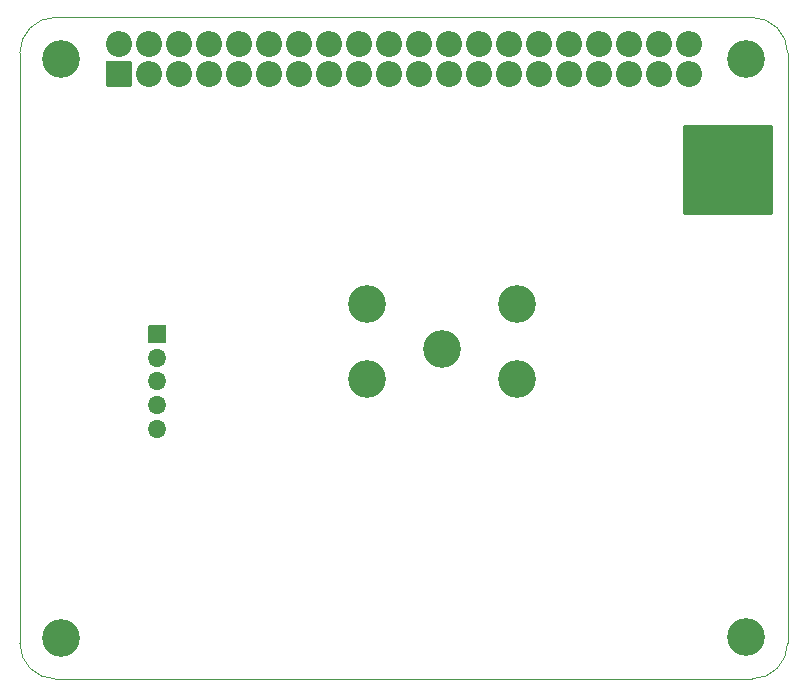
<source format=gbr>
G04 #@! TF.GenerationSoftware,KiCad,Pcbnew,(5.1.9)-1*
G04 #@! TF.CreationDate,2021-05-07T09:47:05-04:00*
G04 #@! TF.ProjectId,pigha,70696768-612e-46b6-9963-61645f706362,rev?*
G04 #@! TF.SameCoordinates,Original*
G04 #@! TF.FileFunction,Soldermask,Top*
G04 #@! TF.FilePolarity,Negative*
%FSLAX46Y46*%
G04 Gerber Fmt 4.6, Leading zero omitted, Abs format (unit mm)*
G04 Created by KiCad (PCBNEW (5.1.9)-1) date 2021-05-07 09:47:05*
%MOMM*%
%LPD*%
G01*
G04 APERTURE LIST*
G04 #@! TA.AperFunction,Profile*
%ADD10C,0.100000*%
G04 #@! TD*
%ADD11O,2.200000X2.200000*%
%ADD12C,3.200000*%
%ADD13O,1.550000X1.550000*%
%ADD14C,0.254000*%
%ADD15C,0.100000*%
G04 APERTURE END LIST*
D10*
X143546351Y-113822847D02*
X143546356Y-63817611D01*
X78546356Y-63817611D02*
X78546356Y-113817611D01*
X78546356Y-63817611D02*
G75*
G02*
X81546356Y-60817611I3000000J0D01*
G01*
X140546356Y-60817611D02*
X81546356Y-60817611D01*
X140546356Y-60817611D02*
G75*
G02*
X143546356Y-63817611I0J-3000000D01*
G01*
X143546351Y-113822847D02*
X143546351Y-113822847D01*
X81546356Y-116817611D02*
G75*
G02*
X78546356Y-113817611I0J3000000D01*
G01*
X81546356Y-116817611D02*
X140546356Y-116817611D01*
X143546351Y-113822847D02*
G75*
G02*
X140546356Y-116817611I-2999995J5236D01*
G01*
G36*
G01*
X85920000Y-64490000D02*
X87920000Y-64490000D01*
G75*
G02*
X88020000Y-64590000I0J-100000D01*
G01*
X88020000Y-66590000D01*
G75*
G02*
X87920000Y-66690000I-100000J0D01*
G01*
X85920000Y-66690000D01*
G75*
G02*
X85820000Y-66590000I0J100000D01*
G01*
X85820000Y-64590000D01*
G75*
G02*
X85920000Y-64490000I100000J0D01*
G01*
G37*
D11*
X86920000Y-63050000D03*
X89460000Y-65590000D03*
X89460000Y-63050000D03*
X92000000Y-65590000D03*
X92000000Y-63050000D03*
X94540000Y-65590000D03*
X94540000Y-63050000D03*
X97080000Y-65590000D03*
X97080000Y-63050000D03*
X99620000Y-65590000D03*
X99620000Y-63050000D03*
X102160000Y-65590000D03*
X102160000Y-63050000D03*
X104700000Y-65590000D03*
X104700000Y-63050000D03*
X107240000Y-65590000D03*
X107240000Y-63050000D03*
X109780000Y-65590000D03*
X109780000Y-63050000D03*
X112320000Y-65590000D03*
X112320000Y-63050000D03*
X114860000Y-65590000D03*
X114860000Y-63050000D03*
X117400000Y-65590000D03*
X117400000Y-63050000D03*
X119940000Y-65590000D03*
X119940000Y-63050000D03*
X122480000Y-65590000D03*
X122480000Y-63050000D03*
X125020000Y-65590000D03*
X125020000Y-63050000D03*
X127560000Y-65590000D03*
X127560000Y-63050000D03*
X130100000Y-65590000D03*
X130100000Y-63050000D03*
X132640000Y-65590000D03*
X132640000Y-63050000D03*
X135180000Y-65590000D03*
X135180000Y-63050000D03*
D12*
X107950000Y-91440000D03*
X107950000Y-85090000D03*
X120650000Y-91440000D03*
X120650000Y-85090000D03*
D13*
X90170000Y-95630000D03*
X90170000Y-93630000D03*
X90170000Y-91630000D03*
X90170000Y-89630000D03*
G36*
G01*
X89395000Y-88305000D02*
X89395000Y-86955000D01*
G75*
G02*
X89495000Y-86855000I100000J0D01*
G01*
X90845000Y-86855000D01*
G75*
G02*
X90945000Y-86955000I0J-100000D01*
G01*
X90945000Y-88305000D01*
G75*
G02*
X90845000Y-88405000I-100000J0D01*
G01*
X89495000Y-88405000D01*
G75*
G02*
X89395000Y-88305000I0J100000D01*
G01*
G37*
D12*
X114300000Y-88900000D03*
X82040000Y-64310000D03*
X140040000Y-64330000D03*
X82040000Y-113320000D03*
X140030000Y-113310000D03*
D14*
X142113000Y-77343000D02*
X134747000Y-77343000D01*
X134747000Y-69977000D01*
X142113000Y-69977000D01*
X142113000Y-77343000D01*
D15*
G36*
X142113000Y-77343000D02*
G01*
X134747000Y-77343000D01*
X134747000Y-69977000D01*
X142113000Y-69977000D01*
X142113000Y-77343000D01*
G37*
M02*

</source>
